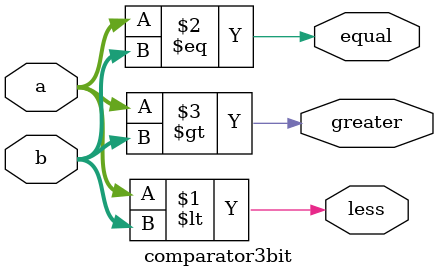
<source format=v>

module comparator3bit(a, b, less, equal, greater);
input [2:0] a, b;
output less, equal, greater;

assign less = (a < b);
assign equal = (a == b);
assign greater = (a > b);

endmodule

</source>
